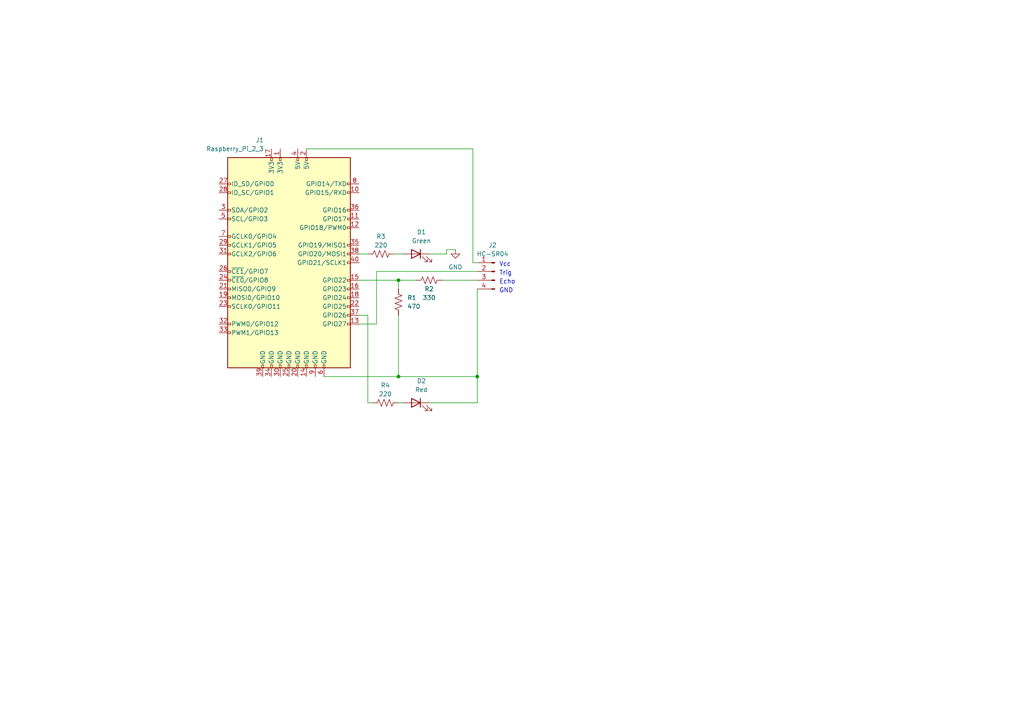
<source format=kicad_sch>
(kicad_sch (version 20230121) (generator eeschema)
  (paper "A4")
  (lib_symbols
    (symbol "Connector:Conn_01x04_Pin" (pin_names (offset 1.016) hide)
      (property "Reference" "J" (at 0 5.08 0))
      (property "Value" "Conn_01x04_Pin" (at 0 -7.62 0))
      (symbol "Conn_01x04_Pin_1_1"
        (polyline (pts (xy 1.27 -5.08) (xy 0.8636 -5.08)) (stroke (width 0.1524)))
        (polyline (pts (xy 1.27 -2.54) (xy 0.8636 -2.54)) (stroke (width 0.1524)))
        (polyline (pts (xy 1.27 0) (xy 0.8636 0)) (stroke (width 0.1524)))
        (polyline (pts (xy 1.27 2.54) (xy 0.8636 2.54)) (stroke (width 0.1524)))
        (rectangle (start 0.8636 -4.953) (end 0 -5.207) (stroke (width 0.1524)) (fill (type outline)))
        (rectangle (start 0.8636 -2.413) (end 0 -2.667) (stroke (width 0.1524)) (fill (type outline)))
        (rectangle (start 0.8636 0.127) (end 0 -0.127) (stroke (width 0.1524)) (fill (type outline)))
        (rectangle (start 0.8636 2.667) (end 0 2.413) (stroke (width 0.1524)) (fill (type outline)))
        (pin passive line (at 5.08 2.54 180) (length 3.81) (name "Pin_1") (number "1"))
        (pin passive line (at 5.08 0 180) (length 3.81) (name "Pin_2") (number "2"))
        (pin passive line (at 5.08 -2.54 180) (length 3.81) (name "Pin_3") (number "3"))
        (pin passive line (at 5.08 -5.08 180) (length 3.81) (name "Pin_4") (number "4"))
      )
    )
    (symbol "Connector:Raspberry_Pi_2_3" (pin_names (offset 1.016))
      (property "Reference" "J" (at -17.78 31.75 0))
      (property "Value" "Raspberry_Pi_2_3" (at 10.16 -31.75 0))
      (symbol "Raspberry_Pi_2_3_0_1"
        (rectangle (start -17.78 30.48) (end 17.78 -30.48) (stroke (width 0.254)) (fill (type background)))
      )
      (symbol "Raspberry_Pi_2_3_1_1"
        (rectangle (start -16.891 -17.526) (end -17.78 -18.034))
        (rectangle (start -16.891 -14.986) (end -17.78 -15.494))
        (rectangle (start -16.891 -12.446) (end -17.78 -12.954))
        (rectangle (start -16.891 -9.906) (end -17.78 -10.414))
        (rectangle (start -16.891 -7.366) (end -17.78 -7.874))
        (rectangle (start -16.891 -4.826) (end -17.78 -5.334))
        (rectangle (start -16.891 0.254) (end -17.78 -0.254))
        (rectangle (start -16.891 2.794) (end -17.78 2.286))
        (rectangle (start -16.891 5.334) (end -17.78 4.826))
        (rectangle (start -16.891 10.414) (end -17.78 9.906))
        (rectangle (start -16.891 12.954) (end -17.78 12.446))
        (rectangle (start -16.891 15.494) (end -17.78 14.986))
        (rectangle (start -16.891 20.574) (end -17.78 20.066))
        (rectangle (start -16.891 23.114) (end -17.78 22.606))
        (rectangle (start -10.414 -29.591) (end -9.906 -30.48))
        (rectangle (start -7.874 -29.591) (end -7.366 -30.48))
        (rectangle (start -5.334 -29.591) (end -4.826 -30.48))
        (rectangle (start -5.334 30.48) (end -4.826 29.591))
        (rectangle (start -2.794 -29.591) (end -2.286 -30.48))
        (rectangle (start -2.794 30.48) (end -2.286 29.591))
        (rectangle (start -0.254 -29.591) (end 0.254 -30.48))
        (rectangle (start 2.286 -29.591) (end 2.794 -30.48))
        (rectangle (start 2.286 30.48) (end 2.794 29.591))
        (rectangle (start 4.826 -29.591) (end 5.334 -30.48))
        (rectangle (start 4.826 30.48) (end 5.334 29.591))
        (rectangle (start 7.366 -29.591) (end 7.874 -30.48))
        (rectangle (start 17.78 -20.066) (end 16.891 -20.574))
        (rectangle (start 17.78 -17.526) (end 16.891 -18.034))
        (rectangle (start 17.78 -12.446) (end 16.891 -12.954))
        (rectangle (start 17.78 -9.906) (end 16.891 -10.414))
        (rectangle (start 17.78 -7.366) (end 16.891 -7.874))
        (rectangle (start 17.78 -4.826) (end 16.891 -5.334))
        (rectangle (start 17.78 -2.286) (end 16.891 -2.794))
        (rectangle (start 17.78 2.794) (end 16.891 2.286))
        (rectangle (start 17.78 5.334) (end 16.891 4.826))
        (rectangle (start 17.78 7.874) (end 16.891 7.366))
        (rectangle (start 17.78 12.954) (end 16.891 12.446))
        (rectangle (start 17.78 15.494) (end 16.891 14.986))
        (rectangle (start 17.78 20.574) (end 16.891 20.066))
        (rectangle (start 17.78 23.114) (end 16.891 22.606))
        (pin power_in line (at 2.54 33.02 270) (length 2.54) (name "3V3") (number "1"))
        (pin bidirectional line (at -20.32 20.32 0) (length 2.54) (name "GPIO15/RXD") (number "10"))
        (pin bidirectional line (at -20.32 12.7 0) (length 2.54) (name "GPIO17") (number "11"))
        (pin bidirectional line (at -20.32 10.16 0) (length 2.54) (name "GPIO18/PWM0") (number "12"))
        (pin bidirectional line (at -20.32 -17.78 0) (length 2.54) (name "GPIO27") (number "13"))
        (pin power_in line (at -5.08 -33.02 90) (length 2.54) (name "GND") (number "14"))
        (pin bidirectional line (at -20.32 -5.08 0) (length 2.54) (name "GPIO22") (number "15"))
        (pin bidirectional line (at -20.32 -7.62 0) (length 2.54) (name "GPIO23") (number "16"))
        (pin power_in line (at 5.08 33.02 270) (length 2.54) (name "3V3") (number "17"))
        (pin bidirectional line (at -20.32 -10.16 0) (length 2.54) (name "GPIO24") (number "18"))
        (pin bidirectional line (at 20.32 -10.16 180) (length 2.54) (name "MOSI0/GPIO10") (number "19"))
        (pin power_in line (at -5.08 33.02 270) (length 2.54) (name "5V") (number "2"))
        (pin power_in line (at -2.54 -33.02 90) (length 2.54) (name "GND") (number "20"))
        (pin bidirectional line (at 20.32 -7.62 180) (length 2.54) (name "MISO0/GPIO9") (number "21"))
        (pin bidirectional line (at -20.32 -12.7 0) (length 2.54) (name "GPIO25") (number "22"))
        (pin bidirectional line (at 20.32 -12.7 180) (length 2.54) (name "SCLK0/GPIO11") (number "23"))
        (pin bidirectional line (at 20.32 -5.08 180) (length 2.54) (name "~{CE0}/GPIO8") (number "24"))
        (pin power_in line (at 0 -33.02 90) (length 2.54) (name "GND") (number "25"))
        (pin bidirectional line (at 20.32 -2.54 180) (length 2.54) (name "~{CE1}/GPIO7") (number "26"))
        (pin bidirectional line (at 20.32 22.86 180) (length 2.54) (name "ID_SD/GPIO0") (number "27"))
        (pin bidirectional line (at 20.32 20.32 180) (length 2.54) (name "ID_SC/GPIO1") (number "28"))
        (pin bidirectional line (at 20.32 5.08 180) (length 2.54) (name "GCLK1/GPIO5") (number "29"))
        (pin bidirectional line (at 20.32 15.24 180) (length 2.54) (name "SDA/GPIO2") (number "3"))
        (pin power_in line (at 2.54 -33.02 90) (length 2.54) (name "GND") (number "30"))
        (pin bidirectional line (at 20.32 2.54 180) (length 2.54) (name "GCLK2/GPIO6") (number "31"))
        (pin bidirectional line (at 20.32 -17.78 180) (length 2.54) (name "PWM0/GPIO12") (number "32"))
        (pin bidirectional line (at 20.32 -20.32 180) (length 2.54) (name "PWM1/GPIO13") (number "33"))
        (pin power_in line (at 5.08 -33.02 90) (length 2.54) (name "GND") (number "34"))
        (pin bidirectional line (at -20.32 5.08 0) (length 2.54) (name "GPIO19/MISO1") (number "35"))
        (pin bidirectional line (at -20.32 15.24 0) (length 2.54) (name "GPIO16") (number "36"))
        (pin bidirectional line (at -20.32 -15.24 0) (length 2.54) (name "GPIO26") (number "37"))
        (pin bidirectional line (at -20.32 2.54 0) (length 2.54) (name "GPIO20/MOSI1") (number "38"))
        (pin power_in line (at 7.62 -33.02 90) (length 2.54) (name "GND") (number "39"))
        (pin power_in line (at -2.54 33.02 270) (length 2.54) (name "5V") (number "4"))
        (pin bidirectional line (at -20.32 0 0) (length 2.54) (name "GPIO21/SCLK1") (number "40"))
        (pin bidirectional line (at 20.32 12.7 180) (length 2.54) (name "SCL/GPIO3") (number "5"))
        (pin power_in line (at -10.16 -33.02 90) (length 2.54) (name "GND") (number "6"))
        (pin bidirectional line (at 20.32 7.62 180) (length 2.54) (name "GCLK0/GPIO4") (number "7"))
        (pin bidirectional line (at -20.32 22.86 0) (length 2.54) (name "GPIO14/TXD") (number "8"))
        (pin power_in line (at -7.62 -33.02 90) (length 2.54) (name "GND") (number "9"))
      )
    )
    (symbol "Device:LED" (pin_numbers hide) (pin_names (offset 1.016) hide)
      (property "Reference" "D" (at 0 2.54 0))
      (property "Value" "LED" (at 0 -2.54 0))
      (symbol "LED_0_1"
        (polyline (pts (xy -1.27 -1.27) (xy -1.27 1.27)) (stroke (width 0.254)))
        (polyline (pts (xy -1.27 0) (xy 1.27 0)))
        (polyline (pts (xy 1.27 -1.27) (xy 1.27 1.27) (xy -1.27 0) (xy 1.27 -1.27)) (stroke (width 0.254)))
        (polyline (pts (xy -3.048 -0.762) (xy -4.572 -2.286) (xy -3.81 -2.286) (xy -4.572 -2.286) (xy -4.572 -1.524)))
        (polyline (pts (xy -1.778 -0.762) (xy -3.302 -2.286) (xy -2.54 -2.286) (xy -3.302 -2.286) (xy -3.302 -1.524)))
      )
      (symbol "LED_1_1"
        (pin passive line (at -3.81 0 0) (length 2.54) (name "K") (number "1"))
        (pin passive line (at 3.81 0 180) (length 2.54) (name "A") (number "2"))
      )
    )
    (symbol "Device:R_US" (pin_numbers hide) (pin_names (offset 0))
      (property "Reference" "R" (at 2.54 0 90))
      (property "Value" "R_US" (at -2.54 0 90))
      (symbol "R_US_0_1"
        (polyline (pts (xy 0 -2.286) (xy 0 -2.54)))
        (polyline (pts (xy 0 2.286) (xy 0 2.54)))
        (polyline (pts (xy 0 -0.762) (xy 1.016 -1.143) (xy 0 -1.524) (xy -1.016 -1.905) (xy 0 -2.286)))
        (polyline (pts (xy 0 0.762) (xy 1.016 0.381) (xy 0 0) (xy -1.016 -0.381) (xy 0 -0.762)))
        (polyline (pts (xy 0 2.286) (xy 1.016 1.905) (xy 0 1.524) (xy -1.016 1.143) (xy 0 0.762)))
      )
      (symbol "R_US_1_1"
        (pin passive line (at 0 3.81 270) (length 1.27) (name "~") (number "1"))
        (pin passive line (at 0 -3.81 90) (length 1.27) (name "~") (number "2"))
      )
    )
    (symbol "power:GND" (power) (pin_names (offset 0))
      (property "Value" "GND" (at 0 -3.81 0))
      (symbol "GND_0_1"
        (polyline (pts (xy 0 0) (xy 0 -1.27) (xy 1.27 -1.27) (xy 0 -2.54) (xy -1.27 -1.27) (xy 0 -1.27)))
      )
      (symbol "GND_1_1"
        (pin power_in line (at 0 0 270) (length 0) hide (name "GND") (number "1"))
      )
    )
  )
  (junction (at 115.57 81.28))
  (junction (at 138.43 109.22))
  (junction (at 115.57 109.22))
  (wire (pts (xy 115.57 91.44) (xy 115.57 109.22)))
  (wire (pts (xy 124.46 116.84) (xy 138.43 116.84)))
  (wire (pts (xy 109.22 93.98) (xy 109.22 78.74)))
  (wire (pts (xy 128.27 81.28) (xy 138.43 81.28)))
  (wire (pts (xy 137.16 43.18) (xy 88.9 43.18)))
  (wire (pts (xy 109.22 78.74) (xy 138.43 78.74)))
  (wire (pts (xy 104.14 91.44) (xy 106.68 91.44)))
  (wire (pts (xy 115.57 81.28) (xy 115.57 83.82)))
  (wire (pts (xy 114.3 73.66) (xy 116.84 73.66)))
  (wire (pts (xy 104.14 81.28) (xy 115.57 81.28)))
  (wire (pts (xy 138.43 116.84) (xy 138.43 109.22)))
  (wire (pts (xy 104.14 73.66) (xy 106.68 73.66)))
  (wire (pts (xy 93.98 109.22) (xy 115.57 109.22)))
  (wire (pts (xy 138.43 83.82) (xy 138.43 109.22)))
  (wire (pts (xy 106.68 91.44) (xy 106.68 116.84)))
  (wire (pts (xy 138.43 76.2) (xy 137.16 76.2)))
  (wire (pts (xy 129.54 72.39) (xy 132.08 72.39)))
  (wire (pts (xy 129.54 73.66) (xy 129.54 72.39)))
  (wire (pts (xy 124.46 73.66) (xy 129.54 73.66)))
  (wire (pts (xy 104.14 93.98) (xy 109.22 93.98)))
  (wire (pts (xy 106.68 116.84) (xy 107.95 116.84)))
  (wire (pts (xy 115.57 109.22) (xy 138.43 109.22)))
  (wire (pts (xy 115.57 116.84) (xy 116.84 116.84)))
  (wire (pts (xy 137.16 76.2) (xy 137.16 43.18)))
  (wire (pts (xy 115.57 81.28) (xy 120.65 81.28)))
  (text "Vcc" (at 144.78 77.47 0) (effects (font (size 1.27 1.27)) (justify left bottom)))
  (text "GND" (at 144.78 85.09 0) (effects (font (size 1.27 1.27)) (justify left bottom)))
  (text "Echo" (at 144.78 82.55 0) (effects (font (size 1.27 1.27)) (justify left bottom)))
  (text "Trig" (at 144.78 80.01 0) (effects (font (size 1.27 1.27)) (justify left bottom)))
  (symbol (lib_id "Device:R_US") (at 124.46 81.28 90) (unit 1)
    (property "Reference" "R2" (at 124.46 83.82 90))
    (property "Value" "330" (at 124.46 86.36 90))
  )
  (symbol (lib_id "Connector:Conn_01x04_Pin") (at 143.51 78.74 0) (mirror y) (unit 1)
    (property "Reference" "J2" (at 142.875 71.12 0))
    (property "Value" "HC-SR04" (at 142.875 73.66 0))
  )
  (symbol (lib_id "Device:R_US") (at 111.76 116.84 90) (unit 1)
    (property "Reference" "R4" (at 111.76 111.76 90))
    (property "Value" "220" (at 111.76 114.3 90))
  )
  (symbol (lib_id "power:GND") (at 132.08 72.39 0) (unit 1)
    (property "Reference" "#PWR01" (effects hide))
    (property "Value" "GND" (at 132.08 77.47 0))
  )
  (symbol (lib_id "Connector:Raspberry_Pi_2_3") (at 83.82 76.2 0) (mirror y) (unit 1)
    (property "Reference" "J1" (at 76.5459 40.64 0) (effects (justify left)))
    (property "Value" "Raspberry_Pi_2_3" (at 76.5459 43.18 0) (effects (justify left)))
    (property "Datasheet" "https://www.raspberrypi.org/documentation/hardware/raspberrypi/schematics/rpi_SCH_3bplus_1p0_reduced.pdf" (effects hide))
  )
  (symbol (lib_id "Device:LED") (at 120.65 116.84 0) (mirror y) (unit 1)
    (property "Reference" "D2" (at 122.2375 110.49 0))
    (property "Value" "Red" (at 122.2375 113.03 0))
  )
  (symbol (lib_id "Device:LED") (at 120.65 73.66 0) (mirror y) (unit 1)
    (property "Reference" "D1" (at 122.2375 67.31 0))
    (property "Value" "Green" (at 122.2375 69.85 0))
  )
  (symbol (lib_id "Device:R_US") (at 110.49 73.66 90) (unit 1)
    (property "Reference" "R3" (at 110.49 68.58 90))
    (property "Value" "220" (at 110.49 71.12 90))
  )
  (symbol (lib_id "Device:R_US") (at 115.57 87.63 0) (unit 1)
    (property "Reference" "R1" (at 118.11 86.36 0) (effects (justify left)))
    (property "Value" "470" (at 118.11 88.9 0) (effects (justify left)))
  )
)
</source>
